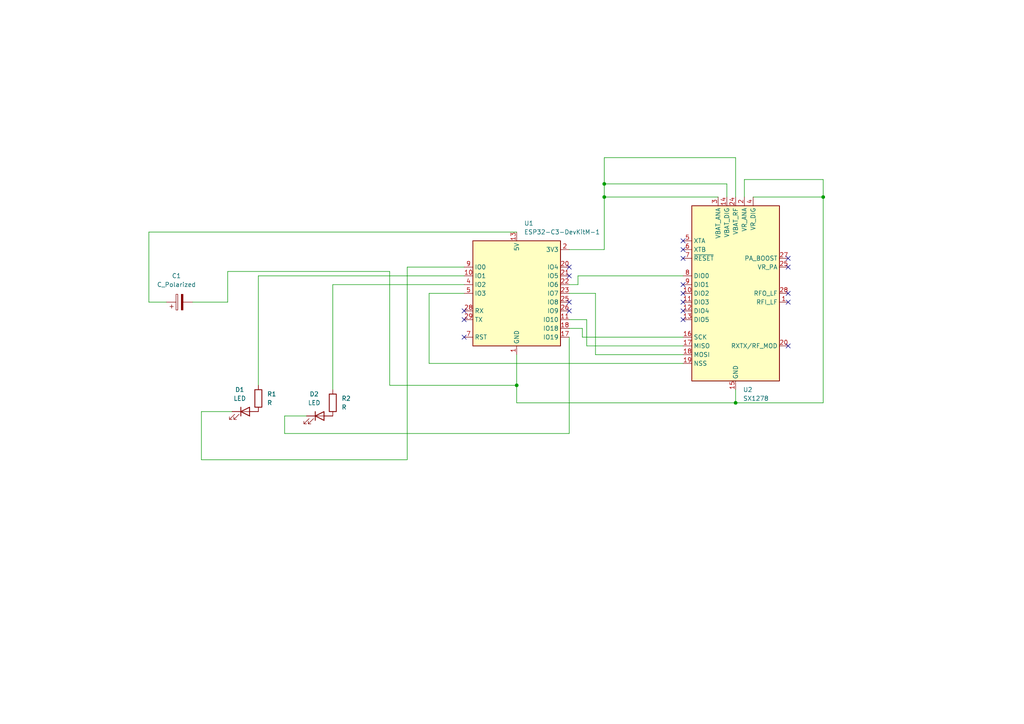
<source format=kicad_sch>
(kicad_sch
	(version 20250114)
	(generator "eeschema")
	(generator_version "9.0")
	(uuid "27776ff7-7052-44ea-ae97-c88fe73c1980")
	(paper "A4")
	(lib_symbols
		(symbol "Device:C_Polarized"
			(pin_numbers
				(hide yes)
			)
			(pin_names
				(offset 0.254)
			)
			(exclude_from_sim no)
			(in_bom yes)
			(on_board yes)
			(property "Reference" "C"
				(at 0.635 2.54 0)
				(effects
					(font
						(size 1.27 1.27)
					)
					(justify left)
				)
			)
			(property "Value" "C_Polarized"
				(at 0.635 -2.54 0)
				(effects
					(font
						(size 1.27 1.27)
					)
					(justify left)
				)
			)
			(property "Footprint" ""
				(at 0.9652 -3.81 0)
				(effects
					(font
						(size 1.27 1.27)
					)
					(hide yes)
				)
			)
			(property "Datasheet" "~"
				(at 0 0 0)
				(effects
					(font
						(size 1.27 1.27)
					)
					(hide yes)
				)
			)
			(property "Description" "Polarized capacitor"
				(at 0 0 0)
				(effects
					(font
						(size 1.27 1.27)
					)
					(hide yes)
				)
			)
			(property "ki_keywords" "cap capacitor"
				(at 0 0 0)
				(effects
					(font
						(size 1.27 1.27)
					)
					(hide yes)
				)
			)
			(property "ki_fp_filters" "CP_*"
				(at 0 0 0)
				(effects
					(font
						(size 1.27 1.27)
					)
					(hide yes)
				)
			)
			(symbol "C_Polarized_0_1"
				(rectangle
					(start -2.286 0.508)
					(end 2.286 1.016)
					(stroke
						(width 0)
						(type default)
					)
					(fill
						(type none)
					)
				)
				(polyline
					(pts
						(xy -1.778 2.286) (xy -0.762 2.286)
					)
					(stroke
						(width 0)
						(type default)
					)
					(fill
						(type none)
					)
				)
				(polyline
					(pts
						(xy -1.27 2.794) (xy -1.27 1.778)
					)
					(stroke
						(width 0)
						(type default)
					)
					(fill
						(type none)
					)
				)
				(rectangle
					(start 2.286 -0.508)
					(end -2.286 -1.016)
					(stroke
						(width 0)
						(type default)
					)
					(fill
						(type outline)
					)
				)
			)
			(symbol "C_Polarized_1_1"
				(pin passive line
					(at 0 3.81 270)
					(length 2.794)
					(name "~"
						(effects
							(font
								(size 1.27 1.27)
							)
						)
					)
					(number "1"
						(effects
							(font
								(size 1.27 1.27)
							)
						)
					)
				)
				(pin passive line
					(at 0 -3.81 90)
					(length 2.794)
					(name "~"
						(effects
							(font
								(size 1.27 1.27)
							)
						)
					)
					(number "2"
						(effects
							(font
								(size 1.27 1.27)
							)
						)
					)
				)
			)
			(embedded_fonts no)
		)
		(symbol "Device:LED"
			(pin_numbers
				(hide yes)
			)
			(pin_names
				(offset 1.016)
				(hide yes)
			)
			(exclude_from_sim no)
			(in_bom yes)
			(on_board yes)
			(property "Reference" "D"
				(at 0 2.54 0)
				(effects
					(font
						(size 1.27 1.27)
					)
				)
			)
			(property "Value" "LED"
				(at 0 -2.54 0)
				(effects
					(font
						(size 1.27 1.27)
					)
				)
			)
			(property "Footprint" ""
				(at 0 0 0)
				(effects
					(font
						(size 1.27 1.27)
					)
					(hide yes)
				)
			)
			(property "Datasheet" "~"
				(at 0 0 0)
				(effects
					(font
						(size 1.27 1.27)
					)
					(hide yes)
				)
			)
			(property "Description" "Light emitting diode"
				(at 0 0 0)
				(effects
					(font
						(size 1.27 1.27)
					)
					(hide yes)
				)
			)
			(property "Sim.Pins" "1=K 2=A"
				(at 0 0 0)
				(effects
					(font
						(size 1.27 1.27)
					)
					(hide yes)
				)
			)
			(property "ki_keywords" "LED diode"
				(at 0 0 0)
				(effects
					(font
						(size 1.27 1.27)
					)
					(hide yes)
				)
			)
			(property "ki_fp_filters" "LED* LED_SMD:* LED_THT:*"
				(at 0 0 0)
				(effects
					(font
						(size 1.27 1.27)
					)
					(hide yes)
				)
			)
			(symbol "LED_0_1"
				(polyline
					(pts
						(xy -3.048 -0.762) (xy -4.572 -2.286) (xy -3.81 -2.286) (xy -4.572 -2.286) (xy -4.572 -1.524)
					)
					(stroke
						(width 0)
						(type default)
					)
					(fill
						(type none)
					)
				)
				(polyline
					(pts
						(xy -1.778 -0.762) (xy -3.302 -2.286) (xy -2.54 -2.286) (xy -3.302 -2.286) (xy -3.302 -1.524)
					)
					(stroke
						(width 0)
						(type default)
					)
					(fill
						(type none)
					)
				)
				(polyline
					(pts
						(xy -1.27 0) (xy 1.27 0)
					)
					(stroke
						(width 0)
						(type default)
					)
					(fill
						(type none)
					)
				)
				(polyline
					(pts
						(xy -1.27 -1.27) (xy -1.27 1.27)
					)
					(stroke
						(width 0.254)
						(type default)
					)
					(fill
						(type none)
					)
				)
				(polyline
					(pts
						(xy 1.27 -1.27) (xy 1.27 1.27) (xy -1.27 0) (xy 1.27 -1.27)
					)
					(stroke
						(width 0.254)
						(type default)
					)
					(fill
						(type none)
					)
				)
			)
			(symbol "LED_1_1"
				(pin passive line
					(at -3.81 0 0)
					(length 2.54)
					(name "K"
						(effects
							(font
								(size 1.27 1.27)
							)
						)
					)
					(number "1"
						(effects
							(font
								(size 1.27 1.27)
							)
						)
					)
				)
				(pin passive line
					(at 3.81 0 180)
					(length 2.54)
					(name "A"
						(effects
							(font
								(size 1.27 1.27)
							)
						)
					)
					(number "2"
						(effects
							(font
								(size 1.27 1.27)
							)
						)
					)
				)
			)
			(embedded_fonts no)
		)
		(symbol "Device:R"
			(pin_numbers
				(hide yes)
			)
			(pin_names
				(offset 0)
			)
			(exclude_from_sim no)
			(in_bom yes)
			(on_board yes)
			(property "Reference" "R"
				(at 2.032 0 90)
				(effects
					(font
						(size 1.27 1.27)
					)
				)
			)
			(property "Value" "R"
				(at 0 0 90)
				(effects
					(font
						(size 1.27 1.27)
					)
				)
			)
			(property "Footprint" ""
				(at -1.778 0 90)
				(effects
					(font
						(size 1.27 1.27)
					)
					(hide yes)
				)
			)
			(property "Datasheet" "~"
				(at 0 0 0)
				(effects
					(font
						(size 1.27 1.27)
					)
					(hide yes)
				)
			)
			(property "Description" "Resistor"
				(at 0 0 0)
				(effects
					(font
						(size 1.27 1.27)
					)
					(hide yes)
				)
			)
			(property "ki_keywords" "R res resistor"
				(at 0 0 0)
				(effects
					(font
						(size 1.27 1.27)
					)
					(hide yes)
				)
			)
			(property "ki_fp_filters" "R_*"
				(at 0 0 0)
				(effects
					(font
						(size 1.27 1.27)
					)
					(hide yes)
				)
			)
			(symbol "R_0_1"
				(rectangle
					(start -1.016 -2.54)
					(end 1.016 2.54)
					(stroke
						(width 0.254)
						(type default)
					)
					(fill
						(type none)
					)
				)
			)
			(symbol "R_1_1"
				(pin passive line
					(at 0 3.81 270)
					(length 1.27)
					(name "~"
						(effects
							(font
								(size 1.27 1.27)
							)
						)
					)
					(number "1"
						(effects
							(font
								(size 1.27 1.27)
							)
						)
					)
				)
				(pin passive line
					(at 0 -3.81 90)
					(length 1.27)
					(name "~"
						(effects
							(font
								(size 1.27 1.27)
							)
						)
					)
					(number "2"
						(effects
							(font
								(size 1.27 1.27)
							)
						)
					)
				)
			)
			(embedded_fonts no)
		)
		(symbol "RF:SX1278"
			(exclude_from_sim no)
			(in_bom yes)
			(on_board yes)
			(property "Reference" "U"
				(at 13.97 24.13 0)
				(effects
					(font
						(size 1.27 1.27)
					)
					(justify left)
				)
			)
			(property "Value" "SX1278"
				(at 13.97 21.59 0)
				(effects
					(font
						(size 1.27 1.27)
					)
					(justify left)
				)
			)
			(property "Footprint" "Package_DFN_QFN:QFN-28-1EP_6x6mm_P0.65mm_EP4.8x4.8mm"
				(at 0 -7.62 0)
				(effects
					(font
						(size 1.27 1.27)
					)
					(hide yes)
				)
			)
			(property "Datasheet" "https://semtech.my.salesforce.com/sfc/p/#E0000000JelG/a/2R0000001Rbr/6EfVZUorrpoKFfvaF_Fkpgp5kzjiNyiAbqcpqh9qSjE"
				(at 0 -5.08 0)
				(effects
					(font
						(size 1.27 1.27)
					)
					(hide yes)
				)
			)
			(property "Description" "137 MHz to 525 MHz Low Power Long Range Transceiver, spreading factor from 6 to 12, LoRA, QFN-28"
				(at 0 0 0)
				(effects
					(font
						(size 1.27 1.27)
					)
					(hide yes)
				)
			)
			(property "ki_keywords" "low-power lora transceiver"
				(at 0 0 0)
				(effects
					(font
						(size 1.27 1.27)
					)
					(hide yes)
				)
			)
			(property "ki_fp_filters" "QFN*1EP*6x6mm*P0.65mm*"
				(at 0 0 0)
				(effects
					(font
						(size 1.27 1.27)
					)
					(hide yes)
				)
			)
			(symbol "SX1278_0_1"
				(rectangle
					(start -12.7 25.4)
					(end 12.7 -25.4)
					(stroke
						(width 0.254)
						(type default)
					)
					(fill
						(type background)
					)
				)
			)
			(symbol "SX1278_1_1"
				(pin bidirectional line
					(at -15.24 15.24 0)
					(length 2.54)
					(name "XTA"
						(effects
							(font
								(size 1.27 1.27)
							)
						)
					)
					(number "5"
						(effects
							(font
								(size 1.27 1.27)
							)
						)
					)
				)
				(pin bidirectional line
					(at -15.24 12.7 0)
					(length 2.54)
					(name "XTB"
						(effects
							(font
								(size 1.27 1.27)
							)
						)
					)
					(number "6"
						(effects
							(font
								(size 1.27 1.27)
							)
						)
					)
				)
				(pin input line
					(at -15.24 10.16 0)
					(length 2.54)
					(name "~{RESET}"
						(effects
							(font
								(size 1.27 1.27)
							)
						)
					)
					(number "7"
						(effects
							(font
								(size 1.27 1.27)
							)
						)
					)
				)
				(pin bidirectional line
					(at -15.24 5.08 0)
					(length 2.54)
					(name "DIO0"
						(effects
							(font
								(size 1.27 1.27)
							)
						)
					)
					(number "8"
						(effects
							(font
								(size 1.27 1.27)
							)
						)
					)
				)
				(pin bidirectional line
					(at -15.24 2.54 0)
					(length 2.54)
					(name "DIO1"
						(effects
							(font
								(size 1.27 1.27)
							)
						)
					)
					(number "9"
						(effects
							(font
								(size 1.27 1.27)
							)
						)
					)
				)
				(pin bidirectional line
					(at -15.24 0 0)
					(length 2.54)
					(name "DIO2"
						(effects
							(font
								(size 1.27 1.27)
							)
						)
					)
					(number "10"
						(effects
							(font
								(size 1.27 1.27)
							)
						)
					)
				)
				(pin bidirectional line
					(at -15.24 -2.54 0)
					(length 2.54)
					(name "DIO3"
						(effects
							(font
								(size 1.27 1.27)
							)
						)
					)
					(number "11"
						(effects
							(font
								(size 1.27 1.27)
							)
						)
					)
				)
				(pin bidirectional line
					(at -15.24 -5.08 0)
					(length 2.54)
					(name "DIO4"
						(effects
							(font
								(size 1.27 1.27)
							)
						)
					)
					(number "12"
						(effects
							(font
								(size 1.27 1.27)
							)
						)
					)
				)
				(pin bidirectional line
					(at -15.24 -7.62 0)
					(length 2.54)
					(name "DIO5"
						(effects
							(font
								(size 1.27 1.27)
							)
						)
					)
					(number "13"
						(effects
							(font
								(size 1.27 1.27)
							)
						)
					)
				)
				(pin input line
					(at -15.24 -12.7 0)
					(length 2.54)
					(name "SCK"
						(effects
							(font
								(size 1.27 1.27)
							)
						)
					)
					(number "16"
						(effects
							(font
								(size 1.27 1.27)
							)
						)
					)
				)
				(pin output line
					(at -15.24 -15.24 0)
					(length 2.54)
					(name "MISO"
						(effects
							(font
								(size 1.27 1.27)
							)
						)
					)
					(number "17"
						(effects
							(font
								(size 1.27 1.27)
							)
						)
					)
				)
				(pin input line
					(at -15.24 -17.78 0)
					(length 2.54)
					(name "MOSI"
						(effects
							(font
								(size 1.27 1.27)
							)
						)
					)
					(number "18"
						(effects
							(font
								(size 1.27 1.27)
							)
						)
					)
				)
				(pin input line
					(at -15.24 -20.32 0)
					(length 2.54)
					(name "NSS"
						(effects
							(font
								(size 1.27 1.27)
							)
						)
					)
					(number "19"
						(effects
							(font
								(size 1.27 1.27)
							)
						)
					)
				)
				(pin power_in line
					(at -5.08 27.94 270)
					(length 2.54)
					(name "VBAT_ANA"
						(effects
							(font
								(size 1.27 1.27)
							)
						)
					)
					(number "3"
						(effects
							(font
								(size 1.27 1.27)
							)
						)
					)
				)
				(pin power_in line
					(at -2.54 27.94 270)
					(length 2.54)
					(name "VBAT_DIG"
						(effects
							(font
								(size 1.27 1.27)
							)
						)
					)
					(number "14"
						(effects
							(font
								(size 1.27 1.27)
							)
						)
					)
				)
				(pin power_in line
					(at 0 27.94 270)
					(length 2.54)
					(name "VBAT_RF"
						(effects
							(font
								(size 1.27 1.27)
							)
						)
					)
					(number "24"
						(effects
							(font
								(size 1.27 1.27)
							)
						)
					)
				)
				(pin power_in line
					(at 0 -27.94 90)
					(length 2.54)
					(name "GND"
						(effects
							(font
								(size 1.27 1.27)
							)
						)
					)
					(number "15"
						(effects
							(font
								(size 1.27 1.27)
							)
						)
					)
				)
				(pin passive line
					(at 0 -27.94 90)
					(length 2.54)
					(hide yes)
					(name "GND"
						(effects
							(font
								(size 1.27 1.27)
							)
						)
					)
					(number "21"
						(effects
							(font
								(size 1.27 1.27)
							)
						)
					)
				)
				(pin passive line
					(at 0 -27.94 90)
					(length 2.54)
					(hide yes)
					(name "GND"
						(effects
							(font
								(size 1.27 1.27)
							)
						)
					)
					(number "22"
						(effects
							(font
								(size 1.27 1.27)
							)
						)
					)
				)
				(pin passive line
					(at 0 -27.94 90)
					(length 2.54)
					(hide yes)
					(name "GND"
						(effects
							(font
								(size 1.27 1.27)
							)
						)
					)
					(number "23"
						(effects
							(font
								(size 1.27 1.27)
							)
						)
					)
				)
				(pin passive line
					(at 0 -27.94 90)
					(length 2.54)
					(hide yes)
					(name "GND"
						(effects
							(font
								(size 1.27 1.27)
							)
						)
					)
					(number "26"
						(effects
							(font
								(size 1.27 1.27)
							)
						)
					)
				)
				(pin passive line
					(at 0 -27.94 90)
					(length 2.54)
					(hide yes)
					(name "GND"
						(effects
							(font
								(size 1.27 1.27)
							)
						)
					)
					(number "29"
						(effects
							(font
								(size 1.27 1.27)
							)
						)
					)
				)
				(pin power_in line
					(at 2.54 27.94 270)
					(length 2.54)
					(name "VR_ANA"
						(effects
							(font
								(size 1.27 1.27)
							)
						)
					)
					(number "2"
						(effects
							(font
								(size 1.27 1.27)
							)
						)
					)
				)
				(pin power_in line
					(at 5.08 27.94 270)
					(length 2.54)
					(name "VR_DIG"
						(effects
							(font
								(size 1.27 1.27)
							)
						)
					)
					(number "4"
						(effects
							(font
								(size 1.27 1.27)
							)
						)
					)
				)
				(pin power_out line
					(at 15.24 10.16 180)
					(length 2.54)
					(name "PA_BOOST"
						(effects
							(font
								(size 1.27 1.27)
							)
						)
					)
					(number "27"
						(effects
							(font
								(size 1.27 1.27)
							)
						)
					)
				)
				(pin power_out line
					(at 15.24 7.62 180)
					(length 2.54)
					(name "VR_PA"
						(effects
							(font
								(size 1.27 1.27)
							)
						)
					)
					(number "25"
						(effects
							(font
								(size 1.27 1.27)
							)
						)
					)
				)
				(pin output line
					(at 15.24 0 180)
					(length 2.54)
					(name "RFO_LF"
						(effects
							(font
								(size 1.27 1.27)
							)
						)
					)
					(number "28"
						(effects
							(font
								(size 1.27 1.27)
							)
						)
					)
				)
				(pin input line
					(at 15.24 -2.54 180)
					(length 2.54)
					(name "RFI_LF"
						(effects
							(font
								(size 1.27 1.27)
							)
						)
					)
					(number "1"
						(effects
							(font
								(size 1.27 1.27)
							)
						)
					)
				)
				(pin output line
					(at 15.24 -15.24 180)
					(length 2.54)
					(name "RXTX/RF_MOD"
						(effects
							(font
								(size 1.27 1.27)
							)
						)
					)
					(number "20"
						(effects
							(font
								(size 1.27 1.27)
							)
						)
					)
				)
			)
			(embedded_fonts no)
		)
		(symbol "RF_Module:ESP32-C3-DevKitM-1"
			(exclude_from_sim no)
			(in_bom yes)
			(on_board yes)
			(property "Reference" "U"
				(at 7.62 16.51 0)
				(effects
					(font
						(size 1.27 1.27)
					)
				)
			)
			(property "Value" "ESP32-C3-DevKitM-1"
				(at 11.684 -16.764 0)
				(effects
					(font
						(size 1.27 1.27)
					)
				)
			)
			(property "Footprint" "RF_Module:ESP32-C3-DevKitM-1"
				(at 0 -25.4 0)
				(effects
					(font
						(size 1.27 1.27)
					)
					(hide yes)
				)
			)
			(property "Datasheet" "https://docs.espressif.com/projects/esp-idf/en/latest/esp32c3/hw-reference/esp32c3/user-guide-devkitm-1.html"
				(at 0 -30.48 0)
				(effects
					(font
						(size 1.27 1.27)
					)
					(hide yes)
				)
			)
			(property "Description" "Development board featuring ESP32-C3-MINI-1 module"
				(at 0 -27.94 0)
				(effects
					(font
						(size 1.27 1.27)
					)
					(hide yes)
				)
			)
			(property "ki_keywords" "riscv wifi bluetooth ble"
				(at 0 0 0)
				(effects
					(font
						(size 1.27 1.27)
					)
					(hide yes)
				)
			)
			(property "ki_fp_filters" "*ESP32?C3?DevKitM?1*"
				(at 0 0 0)
				(effects
					(font
						(size 1.27 1.27)
					)
					(hide yes)
				)
			)
			(symbol "ESP32-C3-DevKitM-1_1_1"
				(rectangle
					(start -12.7 15.24)
					(end 12.7 -15.24)
					(stroke
						(width 0.254)
						(type default)
					)
					(fill
						(type background)
					)
				)
				(pin bidirectional line
					(at -15.24 7.62 0)
					(length 2.54)
					(name "IO0"
						(effects
							(font
								(size 1.27 1.27)
							)
						)
					)
					(number "9"
						(effects
							(font
								(size 1.27 1.27)
							)
						)
					)
					(alternate "ADC1_CH0" passive line)
					(alternate "XTAL_32K_P" passive line)
				)
				(pin bidirectional line
					(at -15.24 5.08 0)
					(length 2.54)
					(name "IO1"
						(effects
							(font
								(size 1.27 1.27)
							)
						)
					)
					(number "10"
						(effects
							(font
								(size 1.27 1.27)
							)
						)
					)
					(alternate "ADC1_CH1" passive line)
					(alternate "XTAL_32K_N" passive line)
				)
				(pin bidirectional line
					(at -15.24 2.54 0)
					(length 2.54)
					(name "IO2"
						(effects
							(font
								(size 1.27 1.27)
							)
						)
					)
					(number "4"
						(effects
							(font
								(size 1.27 1.27)
							)
						)
					)
					(alternate "ADC1_CH0" passive line)
					(alternate "FSPIQ" passive line)
				)
				(pin bidirectional line
					(at -15.24 0 0)
					(length 2.54)
					(name "IO3"
						(effects
							(font
								(size 1.27 1.27)
							)
						)
					)
					(number "5"
						(effects
							(font
								(size 1.27 1.27)
							)
						)
					)
					(alternate "ADC1_CH3" passive line)
				)
				(pin input line
					(at -15.24 -5.08 0)
					(length 2.54)
					(name "RX"
						(effects
							(font
								(size 1.27 1.27)
							)
						)
					)
					(number "28"
						(effects
							(font
								(size 1.27 1.27)
							)
						)
					)
					(alternate "IO20" passive line)
				)
				(pin output line
					(at -15.24 -7.62 0)
					(length 2.54)
					(name "TX"
						(effects
							(font
								(size 1.27 1.27)
							)
						)
					)
					(number "29"
						(effects
							(font
								(size 1.27 1.27)
							)
						)
					)
					(alternate "IO21" passive line)
				)
				(pin input line
					(at -15.24 -12.7 0)
					(length 2.54)
					(name "RST"
						(effects
							(font
								(size 1.27 1.27)
							)
						)
					)
					(number "7"
						(effects
							(font
								(size 1.27 1.27)
							)
						)
					)
				)
				(pin passive line
					(at 0 17.78 270)
					(length 2.54)
					(name "5V"
						(effects
							(font
								(size 1.27 1.27)
							)
						)
					)
					(number "13"
						(effects
							(font
								(size 1.27 1.27)
							)
						)
					)
				)
				(pin passive line
					(at 0 17.78 270)
					(length 2.54)
					(hide yes)
					(name "5V"
						(effects
							(font
								(size 1.27 1.27)
							)
						)
					)
					(number "14"
						(effects
							(font
								(size 1.27 1.27)
							)
						)
					)
				)
				(pin power_in line
					(at 0 -17.78 90)
					(length 2.54)
					(name "GND"
						(effects
							(font
								(size 1.27 1.27)
							)
						)
					)
					(number "1"
						(effects
							(font
								(size 1.27 1.27)
							)
						)
					)
				)
				(pin passive line
					(at 0 -17.78 90)
					(length 2.54)
					(hide yes)
					(name "GND"
						(effects
							(font
								(size 1.27 1.27)
							)
						)
					)
					(number "12"
						(effects
							(font
								(size 1.27 1.27)
							)
						)
					)
				)
				(pin passive line
					(at 0 -17.78 90)
					(length 2.54)
					(hide yes)
					(name "GND"
						(effects
							(font
								(size 1.27 1.27)
							)
						)
					)
					(number "15"
						(effects
							(font
								(size 1.27 1.27)
							)
						)
					)
				)
				(pin passive line
					(at 0 -17.78 90)
					(length 2.54)
					(hide yes)
					(name "GND"
						(effects
							(font
								(size 1.27 1.27)
							)
						)
					)
					(number "16"
						(effects
							(font
								(size 1.27 1.27)
							)
						)
					)
				)
				(pin passive line
					(at 0 -17.78 90)
					(length 2.54)
					(hide yes)
					(name "GND"
						(effects
							(font
								(size 1.27 1.27)
							)
						)
					)
					(number "19"
						(effects
							(font
								(size 1.27 1.27)
							)
						)
					)
				)
				(pin passive line
					(at 0 -17.78 90)
					(length 2.54)
					(hide yes)
					(name "GND"
						(effects
							(font
								(size 1.27 1.27)
							)
						)
					)
					(number "24"
						(effects
							(font
								(size 1.27 1.27)
							)
						)
					)
				)
				(pin passive line
					(at 0 -17.78 90)
					(length 2.54)
					(hide yes)
					(name "GND"
						(effects
							(font
								(size 1.27 1.27)
							)
						)
					)
					(number "27"
						(effects
							(font
								(size 1.27 1.27)
							)
						)
					)
				)
				(pin passive line
					(at 0 -17.78 90)
					(length 2.54)
					(hide yes)
					(name "GND"
						(effects
							(font
								(size 1.27 1.27)
							)
						)
					)
					(number "30"
						(effects
							(font
								(size 1.27 1.27)
							)
						)
					)
				)
				(pin passive line
					(at 0 -17.78 90)
					(length 2.54)
					(hide yes)
					(name "GND"
						(effects
							(font
								(size 1.27 1.27)
							)
						)
					)
					(number "6"
						(effects
							(font
								(size 1.27 1.27)
							)
						)
					)
				)
				(pin passive line
					(at 0 -17.78 90)
					(length 2.54)
					(hide yes)
					(name "GND"
						(effects
							(font
								(size 1.27 1.27)
							)
						)
					)
					(number "8"
						(effects
							(font
								(size 1.27 1.27)
							)
						)
					)
				)
				(pin power_out line
					(at 15.24 12.7 180)
					(length 2.54)
					(name "3V3"
						(effects
							(font
								(size 1.27 1.27)
							)
						)
					)
					(number "2"
						(effects
							(font
								(size 1.27 1.27)
							)
						)
					)
				)
				(pin passive line
					(at 15.24 12.7 180)
					(length 2.54)
					(hide yes)
					(name "3V3"
						(effects
							(font
								(size 1.27 1.27)
							)
						)
					)
					(number "3"
						(effects
							(font
								(size 1.27 1.27)
							)
						)
					)
				)
				(pin bidirectional line
					(at 15.24 7.62 180)
					(length 2.54)
					(name "IO4"
						(effects
							(font
								(size 1.27 1.27)
							)
						)
					)
					(number "20"
						(effects
							(font
								(size 1.27 1.27)
							)
						)
					)
					(alternate "ADC1_CH4" passive line)
					(alternate "FSPIHD" passive line)
					(alternate "MTMS" passive line)
				)
				(pin bidirectional line
					(at 15.24 5.08 180)
					(length 2.54)
					(name "IO5"
						(effects
							(font
								(size 1.27 1.27)
							)
						)
					)
					(number "21"
						(effects
							(font
								(size 1.27 1.27)
							)
						)
					)
					(alternate "ADC2_CH0" passive line)
					(alternate "FSPIWP" passive line)
					(alternate "MTDI" passive line)
				)
				(pin bidirectional line
					(at 15.24 2.54 180)
					(length 2.54)
					(name "IO6"
						(effects
							(font
								(size 1.27 1.27)
							)
						)
					)
					(number "22"
						(effects
							(font
								(size 1.27 1.27)
							)
						)
					)
					(alternate "FSPICLK" passive line)
					(alternate "MTCK" passive line)
				)
				(pin bidirectional line
					(at 15.24 0 180)
					(length 2.54)
					(name "IO7"
						(effects
							(font
								(size 1.27 1.27)
							)
						)
					)
					(number "23"
						(effects
							(font
								(size 1.27 1.27)
							)
						)
					)
					(alternate "FSPID" passive line)
					(alternate "MTDO" passive line)
				)
				(pin bidirectional line
					(at 15.24 -2.54 180)
					(length 2.54)
					(name "IO8"
						(effects
							(font
								(size 1.27 1.27)
							)
						)
					)
					(number "25"
						(effects
							(font
								(size 1.27 1.27)
							)
						)
					)
				)
				(pin bidirectional line
					(at 15.24 -5.08 180)
					(length 2.54)
					(name "IO9"
						(effects
							(font
								(size 1.27 1.27)
							)
						)
					)
					(number "26"
						(effects
							(font
								(size 1.27 1.27)
							)
						)
					)
				)
				(pin bidirectional line
					(at 15.24 -7.62 180)
					(length 2.54)
					(name "IO10"
						(effects
							(font
								(size 1.27 1.27)
							)
						)
					)
					(number "11"
						(effects
							(font
								(size 1.27 1.27)
							)
						)
					)
					(alternate "FSPICS0" passive line)
				)
				(pin bidirectional line
					(at 15.24 -10.16 180)
					(length 2.54)
					(name "IO18"
						(effects
							(font
								(size 1.27 1.27)
							)
						)
					)
					(number "18"
						(effects
							(font
								(size 1.27 1.27)
							)
						)
					)
					(alternate "USB_D-" passive line)
				)
				(pin bidirectional line
					(at 15.24 -12.7 180)
					(length 2.54)
					(name "IO19"
						(effects
							(font
								(size 1.27 1.27)
							)
						)
					)
					(number "17"
						(effects
							(font
								(size 1.27 1.27)
							)
						)
					)
					(alternate "USB_D+" passive line)
				)
			)
			(embedded_fonts no)
		)
	)
	(junction
		(at 175.26 53.34)
		(diameter 0)
		(color 0 0 0 0)
		(uuid "00924b0e-c6f3-4a5e-9fa8-0239e1ef640b")
	)
	(junction
		(at 149.86 111.76)
		(diameter 0)
		(color 0 0 0 0)
		(uuid "382aeb3c-3e2c-4e77-958a-667f813e1672")
	)
	(junction
		(at 175.26 57.15)
		(diameter 0)
		(color 0 0 0 0)
		(uuid "4af25c14-4b32-46d0-9bb8-bc8e2c37c417")
	)
	(junction
		(at 213.36 116.84)
		(diameter 0)
		(color 0 0 0 0)
		(uuid "c960c365-2741-4ded-8ec1-1b99aa9ac70e")
	)
	(junction
		(at 238.76 57.15)
		(diameter 0)
		(color 0 0 0 0)
		(uuid "f6e9031f-ad04-413e-b70e-64946348c04f")
	)
	(no_connect
		(at 228.6 85.09)
		(uuid "0ce14c72-0a00-41de-89a9-b00669b4f51f")
	)
	(no_connect
		(at 228.6 74.93)
		(uuid "15a62712-62a8-4c8a-bc8e-63912dde99c2")
	)
	(no_connect
		(at 228.6 87.63)
		(uuid "2d381b7e-5d80-471b-8665-58801c09aaea")
	)
	(no_connect
		(at 198.12 69.85)
		(uuid "31cb7bd7-399f-43cb-8416-64e40c7c1192")
	)
	(no_connect
		(at 165.1 77.47)
		(uuid "3dd3c200-d0bf-48df-a94a-d1434752926b")
	)
	(no_connect
		(at 198.12 90.17)
		(uuid "4764acd2-fc6f-4838-a9b3-482d9db89a5d")
	)
	(no_connect
		(at 134.62 90.17)
		(uuid "484ce9ff-0aea-4174-b654-45db64d9a77f")
	)
	(no_connect
		(at 165.1 80.01)
		(uuid "4e922be2-ebdd-400e-b013-28fb7a38a1ff")
	)
	(no_connect
		(at 198.12 74.93)
		(uuid "5b28f81a-8846-471e-a3cf-3c74f877313e")
	)
	(no_connect
		(at 198.12 72.39)
		(uuid "5b35e0a7-bb6d-4686-a7c4-e024b6111a7c")
	)
	(no_connect
		(at 165.1 90.17)
		(uuid "6c05b078-0208-46fa-a204-9d2b6aaaa225")
	)
	(no_connect
		(at 134.62 97.79)
		(uuid "7e714697-c5fc-4b00-85da-4ae30e345042")
	)
	(no_connect
		(at 198.12 92.71)
		(uuid "879973f4-5064-4fd0-8cbd-0bff88a5f28f")
	)
	(no_connect
		(at 134.62 92.71)
		(uuid "ae6c434c-e3d2-41f8-bba5-6d5199c04baa")
	)
	(no_connect
		(at 165.1 87.63)
		(uuid "afd3bac4-9796-441a-8e87-ede70344fdec")
	)
	(no_connect
		(at 198.12 82.55)
		(uuid "e9c10a48-d9fd-47fe-b010-988163d674d2")
	)
	(no_connect
		(at 198.12 85.09)
		(uuid "ef3f1171-eae1-4d4f-b1b8-2d6b731480b9")
	)
	(no_connect
		(at 198.12 87.63)
		(uuid "ef671bcc-ab88-4eee-a55e-a65a4fa4f17d")
	)
	(no_connect
		(at 228.6 100.33)
		(uuid "fb23d1ed-9225-47b3-9e2f-237e003086cb")
	)
	(no_connect
		(at 228.6 77.47)
		(uuid "fc5d7197-8eb5-4b23-8e44-b8fbe3b58ea4")
	)
	(wire
		(pts
			(xy 198.12 105.41) (xy 124.46 105.41)
		)
		(stroke
			(width 0)
			(type default)
		)
		(uuid "1c76e13a-a1e9-42f1-a9ef-32ff0c50e0b0")
	)
	(wire
		(pts
			(xy 175.26 53.34) (xy 175.26 57.15)
		)
		(stroke
			(width 0)
			(type default)
		)
		(uuid "1f856b85-e955-46d7-b9db-96f7972c566a")
	)
	(wire
		(pts
			(xy 213.36 45.72) (xy 175.26 45.72)
		)
		(stroke
			(width 0)
			(type default)
		)
		(uuid "229bb162-f7c9-4b80-ace5-43560d1f70c1")
	)
	(wire
		(pts
			(xy 43.18 67.31) (xy 43.18 87.63)
		)
		(stroke
			(width 0)
			(type default)
		)
		(uuid "2485a937-19be-43e4-8e9c-9283643b5400")
	)
	(wire
		(pts
			(xy 113.03 78.74) (xy 113.03 111.76)
		)
		(stroke
			(width 0)
			(type default)
		)
		(uuid "259ed82a-b0fa-4834-8c11-2bf45a82574a")
	)
	(wire
		(pts
			(xy 172.72 85.09) (xy 165.1 85.09)
		)
		(stroke
			(width 0)
			(type default)
		)
		(uuid "2c1dc843-6e41-46a2-a4b5-5d5be68a127f")
	)
	(wire
		(pts
			(xy 175.26 57.15) (xy 208.28 57.15)
		)
		(stroke
			(width 0)
			(type default)
		)
		(uuid "2e870542-79be-4b62-80a1-e2452cffb8e1")
	)
	(wire
		(pts
			(xy 82.55 120.65) (xy 82.55 125.73)
		)
		(stroke
			(width 0)
			(type default)
		)
		(uuid "2ed4b9d1-ed67-491e-9ed9-ce1b2e22501f")
	)
	(wire
		(pts
			(xy 149.86 67.31) (xy 43.18 67.31)
		)
		(stroke
			(width 0)
			(type default)
		)
		(uuid "35a444dc-ac81-45ab-936f-251a5a42675c")
	)
	(wire
		(pts
			(xy 55.88 87.63) (xy 66.04 87.63)
		)
		(stroke
			(width 0)
			(type default)
		)
		(uuid "42775cb5-c2c6-4d46-9666-cf3a5afbd094")
	)
	(wire
		(pts
			(xy 175.26 57.15) (xy 175.26 72.39)
		)
		(stroke
			(width 0)
			(type default)
		)
		(uuid "545727c6-88fe-416f-82bc-6443806c4902")
	)
	(wire
		(pts
			(xy 198.12 97.79) (xy 168.91 97.79)
		)
		(stroke
			(width 0)
			(type default)
		)
		(uuid "58585b1e-619c-4720-aafe-c59487cd5cdf")
	)
	(wire
		(pts
			(xy 218.44 57.15) (xy 238.76 57.15)
		)
		(stroke
			(width 0)
			(type default)
		)
		(uuid "58be1277-4cde-41e9-a6d4-3d9ec13117f3")
	)
	(wire
		(pts
			(xy 113.03 111.76) (xy 149.86 111.76)
		)
		(stroke
			(width 0)
			(type default)
		)
		(uuid "679d42d5-0cd8-4499-b04a-5662dc4e4652")
	)
	(wire
		(pts
			(xy 149.86 116.84) (xy 213.36 116.84)
		)
		(stroke
			(width 0)
			(type default)
		)
		(uuid "6c66a86d-d3a8-4a23-99b5-d89128c3f9a9")
	)
	(wire
		(pts
			(xy 118.11 77.47) (xy 134.62 77.47)
		)
		(stroke
			(width 0)
			(type default)
		)
		(uuid "71a38c61-c1fd-41bf-88cd-85835031c860")
	)
	(wire
		(pts
			(xy 124.46 85.09) (xy 134.62 85.09)
		)
		(stroke
			(width 0)
			(type default)
		)
		(uuid "7607dec2-5c90-49e3-a249-85411508e567")
	)
	(wire
		(pts
			(xy 215.9 57.15) (xy 215.9 52.07)
		)
		(stroke
			(width 0)
			(type default)
		)
		(uuid "78d97652-9a52-401e-8c4c-03cf30335c44")
	)
	(wire
		(pts
			(xy 43.18 87.63) (xy 48.26 87.63)
		)
		(stroke
			(width 0)
			(type default)
		)
		(uuid "7a47ab04-325f-47f5-8563-539be729711c")
	)
	(wire
		(pts
			(xy 149.86 116.84) (xy 149.86 111.76)
		)
		(stroke
			(width 0)
			(type default)
		)
		(uuid "81156663-4622-4c12-a09c-b4170c773981")
	)
	(wire
		(pts
			(xy 66.04 87.63) (xy 66.04 78.74)
		)
		(stroke
			(width 0)
			(type default)
		)
		(uuid "85225341-1740-4dde-a3bf-32717bc0b278")
	)
	(wire
		(pts
			(xy 74.93 111.76) (xy 74.93 80.01)
		)
		(stroke
			(width 0)
			(type default)
		)
		(uuid "8d98a159-805c-4f93-9c04-cdad4c9fd970")
	)
	(wire
		(pts
			(xy 170.18 100.33) (xy 170.18 92.71)
		)
		(stroke
			(width 0)
			(type default)
		)
		(uuid "90f9d43c-bc65-42ba-afe9-2f4029ffead2")
	)
	(wire
		(pts
			(xy 58.42 119.38) (xy 58.42 133.35)
		)
		(stroke
			(width 0)
			(type default)
		)
		(uuid "96dcb862-5498-4acd-b51a-e26e401a9316")
	)
	(wire
		(pts
			(xy 172.72 102.87) (xy 172.72 85.09)
		)
		(stroke
			(width 0)
			(type default)
		)
		(uuid "9c30baad-39a6-43cf-aeae-602b1f877dae")
	)
	(wire
		(pts
			(xy 66.04 78.74) (xy 113.03 78.74)
		)
		(stroke
			(width 0)
			(type default)
		)
		(uuid "9dda9612-abf4-4ffd-a766-4f1c48e4faaa")
	)
	(wire
		(pts
			(xy 198.12 100.33) (xy 170.18 100.33)
		)
		(stroke
			(width 0)
			(type default)
		)
		(uuid "9f5fcab9-cf3d-4cc0-8d7d-9af143b45ef6")
	)
	(wire
		(pts
			(xy 198.12 102.87) (xy 172.72 102.87)
		)
		(stroke
			(width 0)
			(type default)
		)
		(uuid "a0dae4ea-9860-4c5b-aada-a8dbb194f4b0")
	)
	(wire
		(pts
			(xy 175.26 45.72) (xy 175.26 53.34)
		)
		(stroke
			(width 0)
			(type default)
		)
		(uuid "a0ebcae4-6f42-4967-ace6-81f640bfbfb4")
	)
	(wire
		(pts
			(xy 238.76 57.15) (xy 238.76 116.84)
		)
		(stroke
			(width 0)
			(type default)
		)
		(uuid "a72e3182-f183-492d-9610-3dbf387f79df")
	)
	(wire
		(pts
			(xy 210.82 57.15) (xy 210.82 53.34)
		)
		(stroke
			(width 0)
			(type default)
		)
		(uuid "a96e1ba2-609e-470c-abb5-513f86a186d2")
	)
	(wire
		(pts
			(xy 96.52 82.55) (xy 134.62 82.55)
		)
		(stroke
			(width 0)
			(type default)
		)
		(uuid "ae0676b3-d53e-4cdd-9deb-9ff23f7ed1a3")
	)
	(wire
		(pts
			(xy 210.82 53.34) (xy 175.26 53.34)
		)
		(stroke
			(width 0)
			(type default)
		)
		(uuid "af65ca98-8fb2-4922-aef4-d888b4feb6fc")
	)
	(wire
		(pts
			(xy 198.12 80.01) (xy 167.64 80.01)
		)
		(stroke
			(width 0)
			(type default)
		)
		(uuid "afdd61a9-f3b1-4663-ab68-f8df88e7dcf1")
	)
	(wire
		(pts
			(xy 168.91 97.79) (xy 168.91 95.25)
		)
		(stroke
			(width 0)
			(type default)
		)
		(uuid "b2471910-9e07-4211-a90d-44b8b3b1f13d")
	)
	(wire
		(pts
			(xy 167.64 82.55) (xy 165.1 82.55)
		)
		(stroke
			(width 0)
			(type default)
		)
		(uuid "b59a34c8-62d9-4290-9598-081c58394354")
	)
	(wire
		(pts
			(xy 74.93 80.01) (xy 134.62 80.01)
		)
		(stroke
			(width 0)
			(type default)
		)
		(uuid "b5f2b54a-9f7c-4e95-a669-3788b8eeea17")
	)
	(wire
		(pts
			(xy 213.36 116.84) (xy 238.76 116.84)
		)
		(stroke
			(width 0)
			(type default)
		)
		(uuid "b6a94bb3-ed5f-46d0-a932-02b9388a90a6")
	)
	(wire
		(pts
			(xy 213.36 113.03) (xy 213.36 116.84)
		)
		(stroke
			(width 0)
			(type default)
		)
		(uuid "c382a51e-ce91-442d-a57c-27af1a57eb7e")
	)
	(wire
		(pts
			(xy 238.76 52.07) (xy 238.76 57.15)
		)
		(stroke
			(width 0)
			(type default)
		)
		(uuid "c8292efb-e771-451b-b069-da06b2f28595")
	)
	(wire
		(pts
			(xy 167.64 80.01) (xy 167.64 82.55)
		)
		(stroke
			(width 0)
			(type default)
		)
		(uuid "cafc70e3-3909-4fdf-9262-9c8b69513411")
	)
	(wire
		(pts
			(xy 175.26 72.39) (xy 165.1 72.39)
		)
		(stroke
			(width 0)
			(type default)
		)
		(uuid "cce2e67f-1f03-4c90-920f-e88d137793b7")
	)
	(wire
		(pts
			(xy 88.9 120.65) (xy 82.55 120.65)
		)
		(stroke
			(width 0)
			(type default)
		)
		(uuid "d10c697c-a776-4073-916f-06e28eb7d80a")
	)
	(wire
		(pts
			(xy 82.55 125.73) (xy 165.1 125.73)
		)
		(stroke
			(width 0)
			(type default)
		)
		(uuid "d4b5d96e-d242-4298-9ab1-3ab7df5ac332")
	)
	(wire
		(pts
			(xy 165.1 125.73) (xy 165.1 97.79)
		)
		(stroke
			(width 0)
			(type default)
		)
		(uuid "d8599f44-5bd5-450f-93b0-cca59b055290")
	)
	(wire
		(pts
			(xy 213.36 57.15) (xy 213.36 45.72)
		)
		(stroke
			(width 0)
			(type default)
		)
		(uuid "d99fe247-ea2c-4809-b6db-dab2840eeff0")
	)
	(wire
		(pts
			(xy 170.18 92.71) (xy 165.1 92.71)
		)
		(stroke
			(width 0)
			(type default)
		)
		(uuid "e4ebfb2b-9369-4b2e-951a-3cf6aea66aac")
	)
	(wire
		(pts
			(xy 149.86 111.76) (xy 149.86 102.87)
		)
		(stroke
			(width 0)
			(type default)
		)
		(uuid "e5e9d585-be53-4437-8d96-50e2ac42feef")
	)
	(wire
		(pts
			(xy 58.42 133.35) (xy 118.11 133.35)
		)
		(stroke
			(width 0)
			(type default)
		)
		(uuid "f2bebfbc-7053-49d1-8265-b0fadc92ccd7")
	)
	(wire
		(pts
			(xy 118.11 133.35) (xy 118.11 77.47)
		)
		(stroke
			(width 0)
			(type default)
		)
		(uuid "f34f31f9-b1b1-454b-999b-06a96ac0a0bb")
	)
	(wire
		(pts
			(xy 215.9 52.07) (xy 238.76 52.07)
		)
		(stroke
			(width 0)
			(type default)
		)
		(uuid "f4bd78a7-a8fa-471c-b44d-5ec26a5ae460")
	)
	(wire
		(pts
			(xy 96.52 113.03) (xy 96.52 82.55)
		)
		(stroke
			(width 0)
			(type default)
		)
		(uuid "fa304071-1b22-42bd-a3ef-a4bcc96bfb62")
	)
	(wire
		(pts
			(xy 168.91 95.25) (xy 165.1 95.25)
		)
		(stroke
			(width 0)
			(type default)
		)
		(uuid "facc8112-4182-4c12-8646-8d569a4a28eb")
	)
	(wire
		(pts
			(xy 67.31 119.38) (xy 58.42 119.38)
		)
		(stroke
			(width 0)
			(type default)
		)
		(uuid "ff33f1d8-e400-4d00-aad1-8e580c94f117")
	)
	(wire
		(pts
			(xy 124.46 105.41) (xy 124.46 85.09)
		)
		(stroke
			(width 0)
			(type default)
		)
		(uuid "ff4a15d7-856d-46c1-a2da-4e13fc3603fb")
	)
	(symbol
		(lib_id "RF:SX1278")
		(at 213.36 85.09 0)
		(unit 1)
		(exclude_from_sim no)
		(in_bom yes)
		(on_board yes)
		(dnp no)
		(fields_autoplaced yes)
		(uuid "0567e184-7d7c-423a-9d5a-d35720431c9f")
		(property "Reference" "U2"
			(at 215.5033 113.03 0)
			(effects
				(font
					(size 1.27 1.27)
				)
				(justify left)
			)
		)
		(property "Value" "SX1278"
			(at 215.5033 115.57 0)
			(effects
				(font
					(size 1.27 1.27)
				)
				(justify left)
			)
		)
		(property "Footprint" "Package_DFN_QFN:QFN-28-1EP_6x6mm_P0.65mm_EP4.8x4.8mm"
			(at 213.36 92.71 0)
			(effects
				(font
					(size 1.27 1.27)
				)
				(hide yes)
			)
		)
		(property "Datasheet" "https://semtech.my.salesforce.com/sfc/p/#E0000000JelG/a/2R0000001Rbr/6EfVZUorrpoKFfvaF_Fkpgp5kzjiNyiAbqcpqh9qSjE"
			(at 213.36 90.17 0)
			(effects
				(font
					(size 1.27 1.27)
				)
				(hide yes)
			)
		)
		(property "Description" "137 MHz to 525 MHz Low Power Long Range Transceiver, spreading factor from 6 to 12, LoRA, QFN-28"
			(at 213.36 85.09 0)
			(effects
				(font
					(size 1.27 1.27)
				)
				(hide yes)
			)
		)
		(pin "16"
			(uuid "eecee797-8334-4c7c-9f73-3425b2f124bc")
		)
		(pin "19"
			(uuid "7de76883-9009-4b8d-b42a-28444397ff89")
		)
		(pin "11"
			(uuid "ca6fa8ff-c1c9-4e6b-a8b1-1aded4a22ca4")
		)
		(pin "3"
			(uuid "8a873678-60a7-434a-ba63-e6ad5f4c1125")
		)
		(pin "10"
			(uuid "e878ee2e-d87b-4337-8075-de14b2477999")
		)
		(pin "22"
			(uuid "c87b0c12-54dd-44ba-b244-240cb1e9c29d")
		)
		(pin "1"
			(uuid "f2a309f8-f70a-482f-8510-cdf3885d7987")
		)
		(pin "17"
			(uuid "3f24f6de-3c57-4c03-8d86-26b8f41e769f")
		)
		(pin "5"
			(uuid "7614a078-a928-42cb-ae02-132ddcef3472")
		)
		(pin "12"
			(uuid "93a313d9-b377-4734-b936-a7049cef5a32")
		)
		(pin "9"
			(uuid "3aedcdc1-4e45-4d97-8ba0-703009183a41")
		)
		(pin "24"
			(uuid "63405483-8f15-46aa-84f7-9211c186ce40")
		)
		(pin "18"
			(uuid "397726d3-fefd-4553-9ac4-31f1604f7d27")
		)
		(pin "23"
			(uuid "7dea48bf-d79f-44b8-be71-d7dfae847b12")
		)
		(pin "29"
			(uuid "ff0aca63-e4bc-4b9f-96b6-dee333e6f5ab")
		)
		(pin "2"
			(uuid "eaa2a01d-dcf7-45ee-b530-903f4347647c")
		)
		(pin "4"
			(uuid "0bceece0-3343-427d-9ff5-581979c8e840")
		)
		(pin "27"
			(uuid "4877f87a-de71-4920-b4c4-97e7d3ee8f00")
		)
		(pin "25"
			(uuid "003ef2fe-b071-48b2-949c-a068cb9dee69")
		)
		(pin "6"
			(uuid "a066406a-7c13-47ee-a1a5-e9f6d70d82ff")
		)
		(pin "13"
			(uuid "5d7ba0e0-aed3-4f3c-9f7d-34194c51b60f")
		)
		(pin "7"
			(uuid "dd9b60f0-b587-47c1-8ebe-2cc85ca91b96")
		)
		(pin "8"
			(uuid "cc41fda3-fb5b-466d-97d4-c5b3af8f38d0")
		)
		(pin "14"
			(uuid "60db3099-8841-48b8-8ada-2cca4a7da7ad")
		)
		(pin "15"
			(uuid "b19a4f40-9ebb-4f97-a79c-80004f155bf8")
		)
		(pin "21"
			(uuid "22dea316-ae30-4c68-86e8-e3001c445329")
		)
		(pin "26"
			(uuid "bb080f6d-c9a2-4057-b5d8-b40d3237a752")
		)
		(pin "28"
			(uuid "d7021ec4-3cbd-499c-ac36-afaeaa3de553")
		)
		(pin "20"
			(uuid "ec916c12-a4f8-4151-af16-d27979e1b9de")
		)
		(instances
			(project ""
				(path "/27776ff7-7052-44ea-ae97-c88fe73c1980"
					(reference "U2")
					(unit 1)
				)
			)
		)
	)
	(symbol
		(lib_id "Device:R")
		(at 74.93 115.57 0)
		(unit 1)
		(exclude_from_sim no)
		(in_bom yes)
		(on_board yes)
		(dnp no)
		(fields_autoplaced yes)
		(uuid "3dc707a4-9bd8-4f88-8527-a42fb997c2ca")
		(property "Reference" "R1"
			(at 77.47 114.2999 0)
			(effects
				(font
					(size 1.27 1.27)
				)
				(justify left)
			)
		)
		(property "Value" "R"
			(at 77.47 116.8399 0)
			(effects
				(font
					(size 1.27 1.27)
				)
				(justify left)
			)
		)
		(property "Footprint" ""
			(at 73.152 115.57 90)
			(effects
				(font
					(size 1.27 1.27)
				)
				(hide yes)
			)
		)
		(property "Datasheet" "~"
			(at 74.93 115.57 0)
			(effects
				(font
					(size 1.27 1.27)
				)
				(hide yes)
			)
		)
		(property "Description" "Resistor"
			(at 74.93 115.57 0)
			(effects
				(font
					(size 1.27 1.27)
				)
				(hide yes)
			)
		)
		(pin "1"
			(uuid "5e885ffb-4f64-435a-9e4b-a6e45ccbfcbd")
		)
		(pin "2"
			(uuid "6a7b27d5-432d-4dd7-8ff8-d928f97095c2")
		)
		(instances
			(project ""
				(path "/27776ff7-7052-44ea-ae97-c88fe73c1980"
					(reference "R1")
					(unit 1)
				)
			)
		)
	)
	(symbol
		(lib_id "Device:LED")
		(at 92.71 120.65 0)
		(unit 1)
		(exclude_from_sim no)
		(in_bom yes)
		(on_board yes)
		(dnp no)
		(fields_autoplaced yes)
		(uuid "6170e9b0-662f-4a06-9b9d-0680f70dc423")
		(property "Reference" "D2"
			(at 91.1225 114.3 0)
			(effects
				(font
					(size 1.27 1.27)
				)
			)
		)
		(property "Value" "LED"
			(at 91.1225 116.84 0)
			(effects
				(font
					(size 1.27 1.27)
				)
			)
		)
		(property "Footprint" ""
			(at 92.71 120.65 0)
			(effects
				(font
					(size 1.27 1.27)
				)
				(hide yes)
			)
		)
		(property "Datasheet" "~"
			(at 92.71 120.65 0)
			(effects
				(font
					(size 1.27 1.27)
				)
				(hide yes)
			)
		)
		(property "Description" "Light emitting diode"
			(at 92.71 120.65 0)
			(effects
				(font
					(size 1.27 1.27)
				)
				(hide yes)
			)
		)
		(property "Sim.Pins" "1=K 2=A"
			(at 92.71 120.65 0)
			(effects
				(font
					(size 1.27 1.27)
				)
				(hide yes)
			)
		)
		(pin "1"
			(uuid "d0b75477-4047-4d67-ab79-968aca3cc51f")
		)
		(pin "2"
			(uuid "7a3e67af-8d3a-430e-bdc9-f52b01b236a0")
		)
		(instances
			(project "cad_node_A"
				(path "/27776ff7-7052-44ea-ae97-c88fe73c1980"
					(reference "D2")
					(unit 1)
				)
			)
		)
	)
	(symbol
		(lib_id "Device:C_Polarized")
		(at 52.07 87.63 90)
		(unit 1)
		(exclude_from_sim no)
		(in_bom yes)
		(on_board yes)
		(dnp no)
		(fields_autoplaced yes)
		(uuid "68ff41e2-270b-4c09-81e3-8a03f3c45f40")
		(property "Reference" "C1"
			(at 51.181 80.01 90)
			(effects
				(font
					(size 1.27 1.27)
				)
			)
		)
		(property "Value" "C_Polarized"
			(at 51.181 82.55 90)
			(effects
				(font
					(size 1.27 1.27)
				)
			)
		)
		(property "Footprint" ""
			(at 55.88 86.6648 0)
			(effects
				(font
					(size 1.27 1.27)
				)
				(hide yes)
			)
		)
		(property "Datasheet" "~"
			(at 52.07 87.63 0)
			(effects
				(font
					(size 1.27 1.27)
				)
				(hide yes)
			)
		)
		(property "Description" "Polarized capacitor"
			(at 52.07 87.63 0)
			(effects
				(font
					(size 1.27 1.27)
				)
				(hide yes)
			)
		)
		(pin "1"
			(uuid "903713c9-9bb4-4bfd-bb75-d57994d4ab9a")
		)
		(pin "2"
			(uuid "c9ad4910-9941-4b66-a958-3f14b27e7497")
		)
		(instances
			(project ""
				(path "/27776ff7-7052-44ea-ae97-c88fe73c1980"
					(reference "C1")
					(unit 1)
				)
			)
		)
	)
	(symbol
		(lib_id "Device:LED")
		(at 71.12 119.38 0)
		(unit 1)
		(exclude_from_sim no)
		(in_bom yes)
		(on_board yes)
		(dnp no)
		(fields_autoplaced yes)
		(uuid "6aaa103d-f00e-4d84-a7f9-d0d03136881c")
		(property "Reference" "D1"
			(at 69.5325 113.03 0)
			(effects
				(font
					(size 1.27 1.27)
				)
			)
		)
		(property "Value" "LED"
			(at 69.5325 115.57 0)
			(effects
				(font
					(size 1.27 1.27)
				)
			)
		)
		(property "Footprint" ""
			(at 71.12 119.38 0)
			(effects
				(font
					(size 1.27 1.27)
				)
				(hide yes)
			)
		)
		(property "Datasheet" "~"
			(at 71.12 119.38 0)
			(effects
				(font
					(size 1.27 1.27)
				)
				(hide yes)
			)
		)
		(property "Description" "Light emitting diode"
			(at 71.12 119.38 0)
			(effects
				(font
					(size 1.27 1.27)
				)
				(hide yes)
			)
		)
		(property "Sim.Pins" "1=K 2=A"
			(at 71.12 119.38 0)
			(effects
				(font
					(size 1.27 1.27)
				)
				(hide yes)
			)
		)
		(pin "1"
			(uuid "edd267c7-8869-4c73-ad27-63cbf43e2dc9")
		)
		(pin "2"
			(uuid "bcd64555-db6e-490c-a00a-96cc04966f62")
		)
		(instances
			(project ""
				(path "/27776ff7-7052-44ea-ae97-c88fe73c1980"
					(reference "D1")
					(unit 1)
				)
			)
		)
	)
	(symbol
		(lib_id "RF_Module:ESP32-C3-DevKitM-1")
		(at 149.86 85.09 0)
		(unit 1)
		(exclude_from_sim no)
		(in_bom yes)
		(on_board yes)
		(dnp no)
		(fields_autoplaced yes)
		(uuid "778e4295-a86f-485c-b0f0-453440ae64c6")
		(property "Reference" "U1"
			(at 152.0033 64.77 0)
			(effects
				(font
					(size 1.27 1.27)
				)
				(justify left)
			)
		)
		(property "Value" "ESP32-C3-DevKitM-1"
			(at 152.0033 67.31 0)
			(effects
				(font
					(size 1.27 1.27)
				)
				(justify left)
			)
		)
		(property "Footprint" "RF_Module:ESP32-C3-DevKitM-1"
			(at 149.86 110.49 0)
			(effects
				(font
					(size 1.27 1.27)
				)
				(hide yes)
			)
		)
		(property "Datasheet" "https://docs.espressif.com/projects/esp-idf/en/latest/esp32c3/hw-reference/esp32c3/user-guide-devkitm-1.html"
			(at 149.86 115.57 0)
			(effects
				(font
					(size 1.27 1.27)
				)
				(hide yes)
			)
		)
		(property "Description" "Development board featuring ESP32-C3-MINI-1 module"
			(at 149.86 113.03 0)
			(effects
				(font
					(size 1.27 1.27)
				)
				(hide yes)
			)
		)
		(pin "9"
			(uuid "2006f6c4-7dd8-4ff7-9101-a4fc759b099b")
		)
		(pin "5"
			(uuid "9307e96f-0344-447b-a3dd-74570a1c1bdc")
		)
		(pin "10"
			(uuid "5429b3ae-dca7-4a4b-8962-dc4762769fe6")
		)
		(pin "12"
			(uuid "5e231529-9dc2-4e49-b3e8-b8678287333d")
		)
		(pin "4"
			(uuid "9849db51-17a1-48f7-9084-abefae0b8bbe")
		)
		(pin "28"
			(uuid "9b5636f5-0823-4d7f-8ba7-659fa3fd5493")
		)
		(pin "29"
			(uuid "0a149a05-ed1f-4476-86af-dcd61879e3c1")
		)
		(pin "7"
			(uuid "9c11cb31-84ef-4719-bcf8-f01934d1c5b1")
		)
		(pin "13"
			(uuid "8892e47f-1faa-414c-b7ae-b956197cf5ea")
		)
		(pin "14"
			(uuid "03ea1a1c-17bf-4348-8952-75b8c8132ca1")
		)
		(pin "1"
			(uuid "1ad8548b-0ff1-4ee6-98a0-7c5ee71013bc")
		)
		(pin "25"
			(uuid "993409d9-c666-43f7-86fc-41ff9b386024")
		)
		(pin "16"
			(uuid "4985779c-6613-4de9-b5e5-61215badf265")
		)
		(pin "8"
			(uuid "3bb9b6d7-4258-4d1d-b070-8a7b068fea8e")
		)
		(pin "30"
			(uuid "563e8a6c-a40c-477f-98db-5c2192da243f")
		)
		(pin "3"
			(uuid "17a3faf8-b53c-4fa9-b34d-bdecc05bc3b9")
		)
		(pin "22"
			(uuid "9c4d326f-5fe8-4937-9da5-a2112337414b")
		)
		(pin "20"
			(uuid "496670f5-bbb4-4d4b-92c3-285dc7296774")
		)
		(pin "24"
			(uuid "537db180-f7eb-4537-8343-7dbe29592bce")
		)
		(pin "21"
			(uuid "2d265dbc-5815-44a4-b029-6a2c0b06d512")
		)
		(pin "23"
			(uuid "762ea662-5f63-4e01-beb2-29f7a58e02a3")
		)
		(pin "26"
			(uuid "2bb47a43-b80c-4666-acec-70208360f6b9")
		)
		(pin "6"
			(uuid "a282ea7d-e5d3-46cd-be53-e68bb8a98680")
		)
		(pin "11"
			(uuid "e3502308-34b1-451c-92a3-7c8d4d05a995")
		)
		(pin "18"
			(uuid "3ce3913e-690c-47af-9159-3c27167b270b")
		)
		(pin "17"
			(uuid "13899488-9947-4ecf-bedb-00ad0bc1e539")
		)
		(pin "15"
			(uuid "56adefd9-21f3-4065-80b3-36aa889176af")
		)
		(pin "27"
			(uuid "baaef37a-19b9-410b-aa3c-f3d4e14c28eb")
		)
		(pin "19"
			(uuid "2267b936-884f-415e-b4a3-5023e335dd1d")
		)
		(pin "2"
			(uuid "cc8fbf07-eb70-4331-abd6-8a5dcf9ea31f")
		)
		(instances
			(project ""
				(path "/27776ff7-7052-44ea-ae97-c88fe73c1980"
					(reference "U1")
					(unit 1)
				)
			)
		)
	)
	(symbol
		(lib_id "Device:R")
		(at 96.52 116.84 0)
		(unit 1)
		(exclude_from_sim no)
		(in_bom yes)
		(on_board yes)
		(dnp no)
		(fields_autoplaced yes)
		(uuid "867e196e-e55e-4b67-8eb3-1efbbe47d50c")
		(property "Reference" "R2"
			(at 99.06 115.5699 0)
			(effects
				(font
					(size 1.27 1.27)
				)
				(justify left)
			)
		)
		(property "Value" "R"
			(at 99.06 118.1099 0)
			(effects
				(font
					(size 1.27 1.27)
				)
				(justify left)
			)
		)
		(property "Footprint" ""
			(at 94.742 116.84 90)
			(effects
				(font
					(size 1.27 1.27)
				)
				(hide yes)
			)
		)
		(property "Datasheet" "~"
			(at 96.52 116.84 0)
			(effects
				(font
					(size 1.27 1.27)
				)
				(hide yes)
			)
		)
		(property "Description" "Resistor"
			(at 96.52 116.84 0)
			(effects
				(font
					(size 1.27 1.27)
				)
				(hide yes)
			)
		)
		(pin "1"
			(uuid "f5da230c-3dd8-4e55-bf47-1f9ce6b87ea8")
		)
		(pin "2"
			(uuid "68a35981-afc4-4616-80b3-a9c013c6540c")
		)
		(instances
			(project "cad_node_A"
				(path "/27776ff7-7052-44ea-ae97-c88fe73c1980"
					(reference "R2")
					(unit 1)
				)
			)
		)
	)
	(sheet_instances
		(path "/"
			(page "1")
		)
	)
	(embedded_fonts no)
)

</source>
